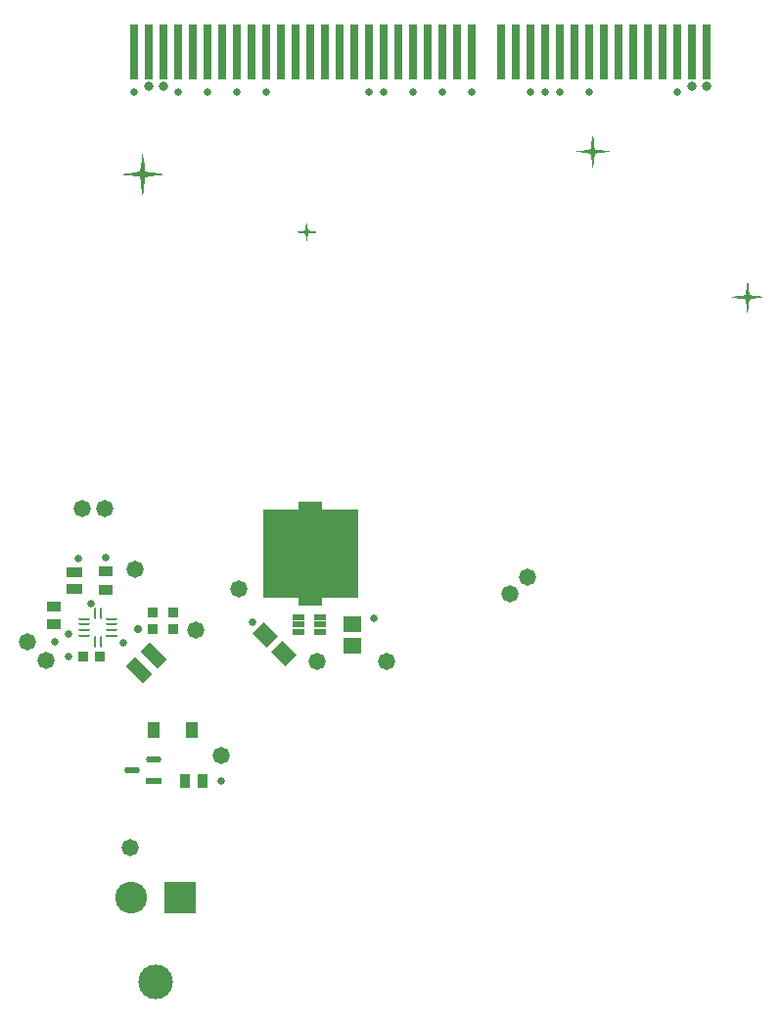
<source format=gbr>
%TF.GenerationSoftware,Altium Limited,Altium Designer,22.9.1 (49)*%
G04 Layer_Color=8388736*
%FSLAX45Y45*%
%MOMM*%
%TF.SameCoordinates,682DF52B-C038-4893-B781-CD12F227844D*%
%TF.FilePolarity,Negative*%
%TF.FileFunction,Soldermask,Top*%
%TF.Part,Single*%
G01*
G75*
%TA.AperFunction,SMDPad,CuDef*%
%ADD10R,1.55620X1.45464*%
G04:AMPARAMS|DCode=14|XSize=1.1549mm|YSize=2.1062mm|CornerRadius=0mm|HoleSize=0mm|Usage=FLASHONLY|Rotation=45.000|XOffset=0mm|YOffset=0mm|HoleType=Round|Shape=Rectangle|*
%AMROTATEDRECTD14*
4,1,4,0.33634,-1.15297,-1.15297,0.33634,-0.33634,1.15297,1.15297,-0.33634,0.33634,-1.15297,0.0*
%
%ADD14ROTATEDRECTD14*%

%ADD15R,1.26213X0.95464*%
%ADD16R,1.35000X0.95000*%
G04:AMPARAMS|DCode=17|XSize=0.24247mm|YSize=1.00964mm|CornerRadius=0.12124mm|HoleSize=0mm|Usage=FLASHONLY|Rotation=180.000|XOffset=0mm|YOffset=0mm|HoleType=Round|Shape=RoundedRectangle|*
%AMROUNDEDRECTD17*
21,1,0.24247,0.76716,0,0,180.0*
21,1,0.00000,1.00964,0,0,180.0*
1,1,0.24247,0.00000,0.38358*
1,1,0.24247,0.00000,0.38358*
1,1,0.24247,0.00000,-0.38358*
1,1,0.24247,0.00000,-0.38358*
%
%ADD17ROUNDEDRECTD17*%
G04:AMPARAMS|DCode=18|XSize=1.00964mm|YSize=0.24247mm|CornerRadius=0.12124mm|HoleSize=0mm|Usage=FLASHONLY|Rotation=180.000|XOffset=0mm|YOffset=0mm|HoleType=Round|Shape=RoundedRectangle|*
%AMROUNDEDRECTD18*
21,1,1.00964,0.00000,0,0,180.0*
21,1,0.76716,0.24247,0,0,180.0*
1,1,0.24247,-0.38358,0.00000*
1,1,0.24247,0.38358,0.00000*
1,1,0.24247,0.38358,0.00000*
1,1,0.24247,-0.38358,0.00000*
%
%ADD18ROUNDEDRECTD18*%
%ADD19R,1.00964X0.24247*%
G04:AMPARAMS|DCode=21|XSize=1.35872mm|YSize=0.58684mm|CornerRadius=0.29342mm|HoleSize=0mm|Usage=FLASHONLY|Rotation=180.000|XOffset=0mm|YOffset=0mm|HoleType=Round|Shape=RoundedRectangle|*
%AMROUNDEDRECTD21*
21,1,1.35872,0.00000,0,0,180.0*
21,1,0.77188,0.58684,0,0,180.0*
1,1,0.58684,-0.38594,0.00000*
1,1,0.58684,0.38594,0.00000*
1,1,0.58684,0.38594,0.00000*
1,1,0.58684,-0.38594,0.00000*
%
%ADD21ROUNDEDRECTD21*%
%ADD22R,1.35872X0.58684*%
%ADD23R,0.95464X1.26213*%
%ADD24R,0.81280X0.86360*%
%ADD25R,0.86360X0.81280*%
%TA.AperFunction,ComponentPad*%
%ADD36C,3.00000*%
%ADD37R,2.75000X2.75000*%
%ADD38C,2.75000*%
%TA.AperFunction,SMDPad,CuDef*%
%ADD50R,0.73320X4.77520*%
%TA.AperFunction,ViaPad*%
%ADD51C,1.47320*%
%ADD52C,0.64770*%
%ADD53C,0.64720*%
%ADD54C,0.70320*%
%ADD55C,0.83820*%
%TA.AperFunction,NonConductor*%
%ADD61R,2.00000X9.00000*%
%TA.AperFunction,SMDPad,CuDef*%
%ADD62R,3.20320X7.70320*%
%ADD63R,1.10320X0.55320*%
G04:AMPARAMS|DCode=64|XSize=1.3532mm|YSize=1.7532mm|CornerRadius=0mm|HoleSize=0mm|Usage=FLASHONLY|Rotation=225.000|XOffset=0mm|YOffset=0mm|HoleType=Round|Shape=Rectangle|*
%AMROTATEDRECTD64*
4,1,4,-0.14142,1.09828,1.09828,-0.14142,0.14142,-1.09828,-1.09828,0.14142,-0.14142,1.09828,0.0*
%
%ADD64ROTATEDRECTD64*%

%ADD65R,1.11320X1.42320*%
G36*
X2390702Y8875654D02*
X2394927Y8858752D01*
X2399153Y8829173D01*
X2404435Y8775298D01*
X2408660Y8749945D01*
X2410773Y8733042D01*
X2412886Y8724591D01*
X2419224Y8722479D01*
X2460423Y8717197D01*
X2470987Y8715084D01*
X2487889Y8712971D01*
X2515355Y8710859D01*
X2538595Y8708746D01*
X2551272Y8706633D01*
X2561835Y8702408D01*
X2560779Y8697126D01*
X2552328Y8695013D01*
X2537539Y8692900D01*
X2494227Y8689731D01*
X2466761Y8685505D01*
X2438239Y8682336D01*
X2414999Y8678111D01*
X2411830Y8674942D01*
X2406548Y8640081D01*
X2404435Y8627405D01*
X2402322Y8608390D01*
X2400209Y8580924D01*
X2398097Y8561909D01*
X2395984Y8549233D01*
X2393871Y8538669D01*
X2391758Y8530218D01*
X2387533Y8523880D01*
X2384364Y8524936D01*
X2382251Y8546063D01*
X2376969Y8602051D01*
X2374856Y8612615D01*
X2372744Y8629517D01*
X2371687Y8643250D01*
Y8645363D01*
X2368518Y8671773D01*
X2362180Y8680223D01*
X2312530Y8685505D01*
X2299853Y8687618D01*
X2271331Y8690787D01*
X2232245Y8693956D01*
X2221681Y8696069D01*
X2217456Y8698182D01*
X2218512Y8703464D01*
X2233302Y8707689D01*
X2254429Y8709802D01*
X2281895Y8711915D01*
X2303023Y8714028D01*
X2311474Y8716140D01*
X2331545Y8719309D01*
X2352672Y8721422D01*
X2363236Y8723535D01*
X2367462Y8725648D01*
X2369574Y8734099D01*
X2371687Y8761565D01*
X2374856Y8787974D01*
X2379082Y8813327D01*
X2381195Y8842906D01*
X2383307Y8870372D01*
X2386477Y8877766D01*
X2387533Y8878823D01*
X2390702Y8875654D01*
D02*
G37*
G36*
X3814701Y8275630D02*
X3817870Y8261897D01*
X3822095Y8219642D01*
X3824208Y8215417D01*
X3832659Y8213304D01*
X3856956Y8210135D01*
X3884422Y8205909D01*
X3894986Y8203797D01*
X3901324Y8199571D01*
X3898155Y8196402D01*
X3870689Y8194289D01*
X3833716Y8191120D01*
X3826321Y8187951D01*
X3821039Y8182669D01*
X3817870Y8141470D01*
X3815757Y8133019D01*
X3811532Y8122455D01*
X3807306Y8124568D01*
X3804137Y8134076D01*
X3802024Y8148865D01*
X3798855Y8183725D01*
X3792517Y8190064D01*
X3771389Y8192176D01*
X3762938Y8194289D01*
X3722796Y8196402D01*
X3719627Y8199571D01*
X3722796Y8202740D01*
X3731247Y8204853D01*
X3746036Y8206966D01*
X3754487Y8209079D01*
X3769276Y8211191D01*
X3771389D01*
X3791461Y8214361D01*
X3798855Y8217530D01*
X3800968Y8238657D01*
X3803081Y8264010D01*
X3805193Y8274574D01*
X3809419Y8280912D01*
X3814701Y8275630D01*
D02*
G37*
G36*
X6286628Y9029885D02*
X6290853Y9004532D01*
X6292966Y8996081D01*
X6298248Y8940093D01*
X6300361Y8927416D01*
X6302473Y8918965D01*
X6306699Y8914740D01*
X6339447Y8911570D01*
X6364800Y8907345D01*
X6385927Y8905232D01*
X6421844Y8903120D01*
X6428182Y8901007D01*
X6426070Y8896781D01*
X6414449Y8893612D01*
X6363743Y8887274D01*
X6362687Y8886217D01*
X6316206Y8881992D01*
X6307755Y8879879D01*
X6303530Y8875654D01*
X6299304Y8860864D01*
X6297191Y8846075D01*
X6291909Y8794312D01*
X6289797Y8781636D01*
X6287684Y8771072D01*
X6284515Y8763677D01*
X6281346Y8760508D01*
X6278176Y8763677D01*
X6276064Y8791143D01*
X6273951Y8812271D01*
X6271838Y8839737D01*
X6269726Y8846075D01*
X6267613Y8860864D01*
X6264444Y8874597D01*
X6260218Y8880936D01*
X6239090Y8883048D01*
X6204230Y8886217D01*
X6191554Y8888330D01*
X6174651Y8890443D01*
X6147186Y8894669D01*
X6139791Y8897838D01*
X6138734Y8898894D01*
X6141904Y8902063D01*
X6150355Y8904176D01*
X6201061Y8906289D01*
X6207399Y8908401D01*
X6227470Y8911570D01*
X6244372Y8913683D01*
X6263387Y8915796D01*
X6265500Y8922134D01*
X6272895Y8967559D01*
X6275008Y8997137D01*
X6277120Y9022490D01*
X6279233Y9033054D01*
X6281346Y9035167D01*
X6286628Y9029885D01*
D02*
G37*
G36*
X7626116Y7764343D02*
X7629285Y7750610D01*
X7632454Y7722088D01*
X7635624Y7689340D01*
X7637736Y7676664D01*
X7638793Y7675607D01*
Y7673494D01*
X7640905Y7660818D01*
X7644075Y7657649D01*
X7652525Y7655536D01*
X7667315Y7653423D01*
X7675766Y7651310D01*
X7690555Y7649198D01*
X7718021Y7647085D01*
X7747600Y7644972D01*
X7754994Y7641803D01*
X7752882Y7637578D01*
X7741261Y7634408D01*
X7732810Y7632296D01*
X7718021Y7630183D01*
X7666258Y7624901D01*
X7648300Y7621732D01*
X7643018Y7618563D01*
X7640905Y7614337D01*
X7638793Y7607999D01*
X7635624Y7587928D01*
X7633511Y7566800D01*
X7631398Y7541447D01*
X7627172Y7518207D01*
X7624003Y7510812D01*
X7620834Y7509756D01*
X7617665Y7512925D01*
X7615552Y7534052D01*
X7613439Y7542503D01*
X7611327Y7584759D01*
X7609214Y7591097D01*
X7607101Y7605886D01*
X7604989Y7614337D01*
X7599707Y7621732D01*
X7570128Y7625957D01*
X7542662Y7628070D01*
X7521535Y7630183D01*
X7513084Y7632296D01*
X7499351Y7635465D01*
X7491956Y7638634D01*
X7490900Y7641803D01*
X7500407Y7644972D01*
X7534211Y7647085D01*
X7564846Y7650254D01*
X7575410Y7652367D01*
X7600763Y7656592D01*
X7604989Y7660818D01*
X7607101Y7675607D01*
X7609214Y7684058D01*
X7611327Y7705186D01*
X7613439Y7713637D01*
X7615552Y7755892D01*
X7617665Y7762230D01*
X7619778Y7766456D01*
X7622947Y7767512D01*
X7626116Y7764343D01*
D02*
G37*
D10*
X4200000Y4812578D02*
D03*
Y4627422D02*
D03*
D14*
X2485453Y4545453D02*
D03*
X2354547Y4414547D02*
D03*
D15*
X2070000Y5112422D02*
D03*
Y5267578D02*
D03*
X1620000Y4967578D02*
D03*
Y4812422D02*
D03*
D16*
X1800000Y5265000D02*
D03*
Y5115000D02*
D03*
D17*
X2025125Y4664875D02*
D03*
X1975125D02*
D03*
Y4905125D02*
D03*
X2025125D02*
D03*
D18*
X1880000Y4710000D02*
D03*
Y4760000D02*
D03*
Y4810000D02*
D03*
Y4860000D02*
D03*
X2120250D02*
D03*
Y4810000D02*
D03*
Y4760000D02*
D03*
D19*
Y4710000D02*
D03*
D21*
X2297329Y3550000D02*
D03*
X2482671Y3641500D02*
D03*
D22*
Y3458500D02*
D03*
D23*
X2752422Y3460000D02*
D03*
X2907578D02*
D03*
D24*
X2480000Y4912390D02*
D03*
Y4767610D02*
D03*
X2650000Y4912390D02*
D03*
Y4767610D02*
D03*
D25*
X2022390Y4530000D02*
D03*
X1877610D02*
D03*
D36*
X2500000Y1720000D02*
D03*
D37*
X2710000Y2450000D02*
D03*
D38*
X2290000D02*
D03*
D50*
X2317650Y9760000D02*
D03*
X2444650D02*
D03*
X2571650D02*
D03*
X2698650D02*
D03*
X2825650D02*
D03*
X2952650D02*
D03*
X3079650D02*
D03*
X3206650D02*
D03*
X3333650D02*
D03*
X3460650D02*
D03*
X3587650D02*
D03*
X3714650D02*
D03*
X3841650D02*
D03*
X3968650D02*
D03*
X4095650D02*
D03*
X4222650D02*
D03*
X4349650D02*
D03*
X4476650D02*
D03*
X4603650D02*
D03*
X4730650D02*
D03*
X4857650D02*
D03*
X4984650D02*
D03*
X5111650D02*
D03*
X5238650D02*
D03*
X5492650D02*
D03*
X5619650D02*
D03*
X5746650D02*
D03*
X5873650D02*
D03*
X6000650D02*
D03*
X6127650D02*
D03*
X6254650D02*
D03*
X6381650D02*
D03*
X6508650D02*
D03*
X6635650D02*
D03*
X6762650D02*
D03*
X6889650D02*
D03*
X7016650D02*
D03*
X7143650D02*
D03*
X7270650D02*
D03*
D51*
X5570000Y5080000D02*
D03*
X5720000Y5220000D02*
D03*
X2060000Y5810000D02*
D03*
X1870000D02*
D03*
X2280000Y2880000D02*
D03*
X3070000Y3680000D02*
D03*
X2850000Y4760000D02*
D03*
X1550000Y4500000D02*
D03*
X1390000Y4660000D02*
D03*
X2320000Y5290000D02*
D03*
X4500000Y4490000D02*
D03*
X3220000Y5120000D02*
D03*
X3900000Y4490000D02*
D03*
D52*
X4393426Y4864533D02*
D03*
X3340000Y4830000D02*
D03*
X1940000Y4990000D02*
D03*
X1830000Y5380000D02*
D03*
X1630000Y4660000D02*
D03*
X2070000Y5390000D02*
D03*
X1750000Y4530000D02*
D03*
Y4730000D02*
D03*
X2220000Y4650000D02*
D03*
X3070000Y3460000D02*
D03*
D53*
X7016700Y9410000D02*
D03*
X2698700D02*
D03*
X6254700D02*
D03*
X6000700D02*
D03*
X5873700D02*
D03*
X5746700D02*
D03*
X5238700D02*
D03*
X4984700D02*
D03*
X4730700D02*
D03*
X4476700D02*
D03*
X4349700D02*
D03*
X3460700D02*
D03*
X3206700D02*
D03*
X2952700D02*
D03*
X2317700D02*
D03*
D54*
X2350000Y4770000D02*
D03*
D55*
X2444700Y9460000D02*
D03*
X2571700D02*
D03*
X7270700D02*
D03*
X7143700D02*
D03*
D61*
X3839992Y5420000D02*
D03*
D62*
X3590000Y5420000D02*
D03*
X4090000D02*
D03*
D63*
X3925000Y4875000D02*
D03*
Y4810000D02*
D03*
Y4745000D02*
D03*
X3735000D02*
D03*
Y4810000D02*
D03*
Y4875000D02*
D03*
D64*
X3607782Y4562218D02*
D03*
X3452218Y4717782D02*
D03*
D65*
X2813500Y3900000D02*
D03*
X2486500D02*
D03*
%TF.MD5,520e14058d20f157ab6031643ee1d472*%
M02*

</source>
